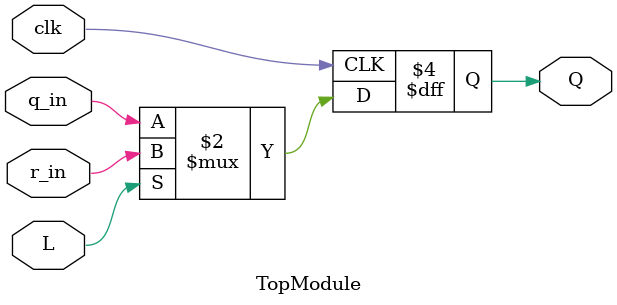
<source format=sv>
module TopModule (
    input wire clk,
    input wire L,
    input wire q_in,
    input wire r_in,
    output reg Q
);

    // Initial state definition
    initial begin
        Q = 1'b0; // Define initial state if needed
    end

    // Sequential logic for flip-flop with 2:1 multiplexer
    always @(posedge clk) begin
        Q <= (L ? r_in : q_in);
    end

endmodule
</source>
